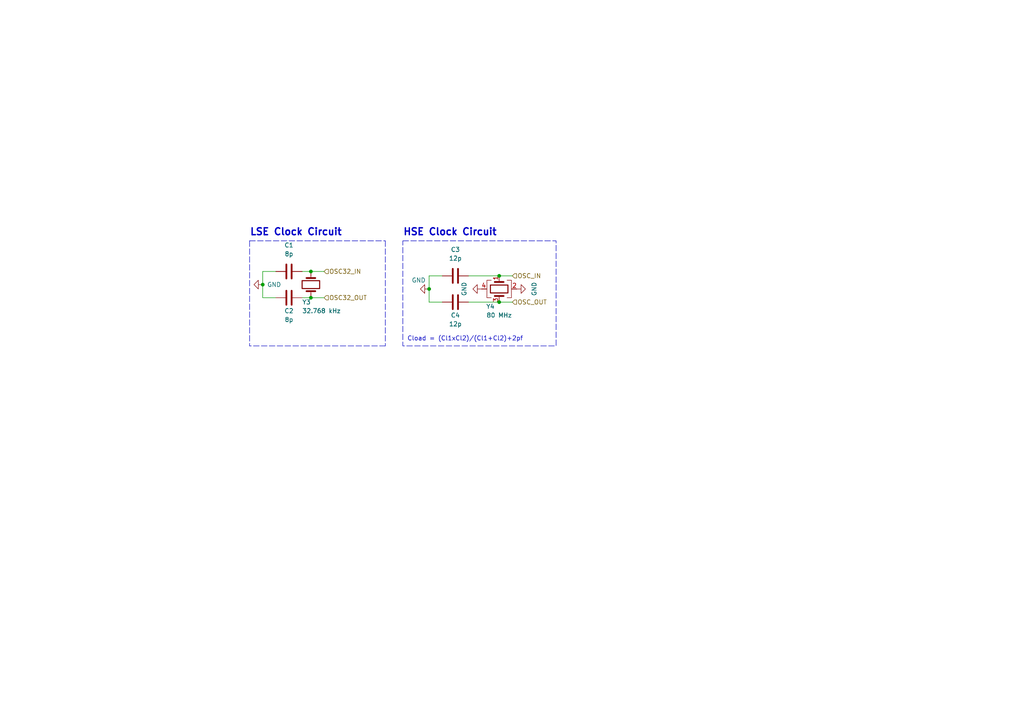
<source format=kicad_sch>
(kicad_sch (version 20231120) (generator "eeschema") (generator_version "8.0")
  (paper "A4")
  (lib_symbols
    (symbol "Device:C" (pin_numbers hide) (pin_names (offset 0.254))
      (property "Reference" "C" (at 0.635 2.54 0))
      (property "Value" "C" (at 0.635 -2.54 0))
      (symbol "C_0_1"
        (polyline (pts (xy -2.032 -0.762) (xy 2.032 -0.762)) (stroke (width 0.508)))
        (polyline (pts (xy -2.032 0.762) (xy 2.032 0.762)) (stroke (width 0.508)))
      )
      (symbol "C_1_1"
        (pin passive line (at 0 3.81 270) (length 2.794) (name "~") (number "1"))
        (pin passive line (at 0 -3.81 90) (length 2.794) (name "~") (number "2"))
      )
    )
    (symbol "Device:Crystal" (pin_numbers hide) (pin_names (offset 1.016) hide)
      (property "Reference" "Y" (at 0 3.81 0))
      (property "Value" "Crystal" (at 0 -3.81 0))
      (symbol "Crystal_0_1"
        (rectangle (start -1.143 2.54) (end 1.143 -2.54) (stroke (width 0.3048)))
        (polyline (pts (xy -2.54 0) (xy -1.905 0)))
        (polyline (pts (xy -1.905 -1.27) (xy -1.905 1.27)) (stroke (width 0.508)))
        (polyline (pts (xy 1.905 -1.27) (xy 1.905 1.27)) (stroke (width 0.508)))
        (polyline (pts (xy 2.54 0) (xy 1.905 0)))
      )
      (symbol "Crystal_1_1"
        (pin passive line (at -3.81 0 0) (length 1.27) (name "1") (number "1"))
        (pin passive line (at 3.81 0 180) (length 1.27) (name "2") (number "2"))
      )
    )
    (symbol "Device:Crystal_GND24" (pin_names (offset 1.016) hide)
      (property "Reference" "Y" (at 3.175 5.08 0))
      (property "Value" "Crystal_GND24" (at 3.175 3.175 0))
      (symbol "Crystal_GND24_0_1"
        (rectangle (start -1.143 2.54) (end 1.143 -2.54) (stroke (width 0.3048)))
        (polyline (pts (xy -2.54 0) (xy -2.032 0)))
        (polyline (pts (xy -2.032 -1.27) (xy -2.032 1.27)) (stroke (width 0.508)))
        (polyline (pts (xy 0 -3.81) (xy 0 -3.556)))
        (polyline (pts (xy 0 3.556) (xy 0 3.81)))
        (polyline (pts (xy 2.032 -1.27) (xy 2.032 1.27)) (stroke (width 0.508)))
        (polyline (pts (xy 2.032 0) (xy 2.54 0)))
        (polyline (pts (xy -2.54 -2.286) (xy -2.54 -3.556) (xy 2.54 -3.556) (xy 2.54 -2.286)))
        (polyline (pts (xy -2.54 2.286) (xy -2.54 3.556) (xy 2.54 3.556) (xy 2.54 2.286)))
      )
      (symbol "Crystal_GND24_1_1"
        (pin passive line (at -3.81 0 0) (length 1.27) (name "1") (number "1"))
        (pin passive line (at 0 5.08 270) (length 1.27) (name "2") (number "2"))
        (pin passive line (at 3.81 0 180) (length 1.27) (name "3") (number "3"))
        (pin passive line (at 0 -5.08 90) (length 1.27) (name "4") (number "4"))
      )
    )
    (symbol "power:GND" (power) (pin_names (offset 0))
      (property "Value" "GND" (at 0 -3.81 0))
      (symbol "GND_0_1"
        (polyline (pts (xy 0 0) (xy 0 -1.27) (xy 1.27 -1.27) (xy 0 -2.54) (xy -1.27 -1.27) (xy 0 -1.27)))
      )
      (symbol "GND_1_1"
        (pin power_in line (at 0 0 270) (length 0) hide (name "GND") (number "1"))
      )
    )
  )
  (junction (at 144.78 87.63))
  (junction (at 90.17 86.36))
  (junction (at 76.2 82.55))
  (junction (at 144.78 80.01))
  (junction (at 90.17 78.74))
  (junction (at 124.46 83.82))
  (wire (pts (xy 135.89 87.63) (xy 144.78 87.63)))
  (wire (pts (xy 124.46 87.63) (xy 128.27 87.63)))
  (polyline (pts (xy 111.76 100.33) (xy 72.39 100.33)) (stroke (width 0) (type dash)))
  (wire (pts (xy 124.46 80.01) (xy 124.46 83.82)))
  (wire (pts (xy 76.2 82.55) (xy 76.2 86.36)))
  (wire (pts (xy 76.2 78.74) (xy 80.01 78.74)))
  (wire (pts (xy 124.46 80.01) (xy 128.27 80.01)))
  (wire (pts (xy 144.78 80.01) (xy 148.59 80.01)))
  (wire (pts (xy 76.2 86.36) (xy 80.01 86.36)))
  (wire (pts (xy 124.46 83.82) (xy 124.46 87.63)))
  (wire (pts (xy 90.17 86.36) (xy 93.98 86.36)))
  (polyline (pts (xy 72.39 69.85) (xy 111.76 69.85)) (stroke (width 0) (type dash)))
  (wire (pts (xy 135.89 80.01) (xy 144.78 80.01)))
  (polyline (pts (xy 72.39 69.85) (xy 72.39 100.33)) (stroke (width 0) (type dash)))
  (wire (pts (xy 87.63 86.36) (xy 90.17 86.36)))
  (wire (pts (xy 90.17 78.74) (xy 93.98 78.74)))
  (polyline (pts (xy 111.76 69.85) (xy 111.76 100.33)) (stroke (width 0) (type dash)))
  (wire (pts (xy 87.63 78.74) (xy 90.17 78.74)))
  (wire (pts (xy 144.78 87.63) (xy 148.59 87.63)))
  (wire (pts (xy 76.2 78.74) (xy 76.2 82.55)))
  (rectangle (start 116.84 69.85) (end 161.29 100.33) (stroke (width 0) (type dash)))
  (text "Cload = (Cl1xCl2)/(Cl1+Cl2)+2pf" (at 118.11 99.06 0) (effects (font (size 1.27 1.27)) (justify left bottom)))
  (text "LSE Clock Circuit" (at 72.39 68.58 0) (effects (font (size 2 2) (bold yes)) (justify left bottom)))
  (text "HSE Clock Circuit" (at 116.84 68.58 0) (effects (font (size 2 2) (thickness 0.4) (bold yes)) (justify left bottom)))
  (hierarchical_label "OSC_IN" (shape input) (at 148.59 80.01 0))
  (hierarchical_label "OSC32_IN" (shape input) (at 93.98 78.74 0))
  (hierarchical_label "OSC_OUT" (shape input) (at 148.59 87.63 0))
  (hierarchical_label "OSC32_OUT" (shape input) (at 93.98 86.36 0))
  (symbol (lib_id "Device:Crystal") (at 90.17 82.55 270) (unit 1)
    (property "Reference" "Y3" (at 87.63 87.63 90) (effects (justify left)))
    (property "Value" "32.768 kHz" (at 87.63 90.17 90) (effects (justify left)))
    (property "Footprint" "Skripsie:Crystal_SMD_EuroQuartz_EQ161-2Pin_3.2x1.5mm" (effects (hide yes)))
    (property "JLCPCB #" "C2449839" (effects (hide yes)))
  )
  (symbol (lib_id "Device:C") (at 83.82 86.36 90) (unit 1)
    (property "Reference" "C2" (at 83.82 90.17 90))
    (property "Value" "8p" (at 83.82 92.71 90))
    (property "Footprint" "Capacitor_SMD:C_0402_1005Metric" (effects (hide yes)))
    (property "JLCPCB #" "C701199" (effects (hide yes)))
  )
  (symbol (lib_id "Device:Crystal_GND24") (at 144.78 83.82 270) (unit 1)
    (property "Reference" "Y4" (at 142.24 88.9 90))
    (property "Value" "80 MHz" (at 144.78 91.44 90))
    (property "Footprint" "Skripsie:Crystal_SMD_EuroQuartz_X22-4Pin_2.5x2.0mm" (effects (hide yes)))
    (property "JLCPCB #" "C2451101" (effects (hide yes)))
  )
  (symbol (lib_id "power:GND") (at 149.86 83.82 90) (unit 1)
    (property "Reference" "#PWR026" (effects (hide yes)))
    (property "Value" "GND" (at 154.94 83.82 0))
  )
  (symbol (lib_id "power:GND") (at 76.2 82.55 270) (unit 1)
    (property "Reference" "#PWR01" (effects (hide yes)))
    (property "Value" "GND" (at 77.47 82.55 90) (effects (justify left)))
  )
  (symbol (lib_id "power:GND") (at 139.7 83.82 270) (unit 1)
    (property "Reference" "#PWR025" (effects (hide yes)))
    (property "Value" "GND" (at 134.62 83.82 0))
  )
  (symbol (lib_id "Device:C") (at 83.82 78.74 90) (unit 1)
    (property "Reference" "C1" (at 83.82 71.12 90))
    (property "Value" "8p" (at 83.82 73.66 90))
    (property "Footprint" "Capacitor_SMD:C_0402_1005Metric" (effects (hide yes)))
    (property "JLCPCB #" "C701199" (effects (hide yes)))
  )
  (symbol (lib_id "power:GND") (at 124.46 83.82 270) (unit 1)
    (property "Reference" "#PWR02" (effects (hide yes)))
    (property "Value" "GND" (at 119.38 81.28 90) (effects (justify left)))
  )
  (symbol (lib_id "Device:C") (at 132.08 87.63 90) (unit 1)
    (property "Reference" "C4" (at 132.08 91.44 90))
    (property "Value" "12p" (at 132.08 93.98 90))
    (property "Footprint" "Capacitor_SMD:C_0402_1005Metric" (effects (hide yes)))
    (property "JLCPCB #" "C782159" (effects (hide yes)))
  )
  (symbol (lib_id "Device:C") (at 132.08 80.01 90) (unit 1)
    (property "Reference" "C3" (at 132.08 72.39 90))
    (property "Value" "12p" (at 132.08 74.93 90))
    (property "Footprint" "Capacitor_SMD:C_0402_1005Metric" (effects (hide yes)))
    (property "JLCPCB #" "C782159" (effects (hide yes)))
  )
)
</source>
